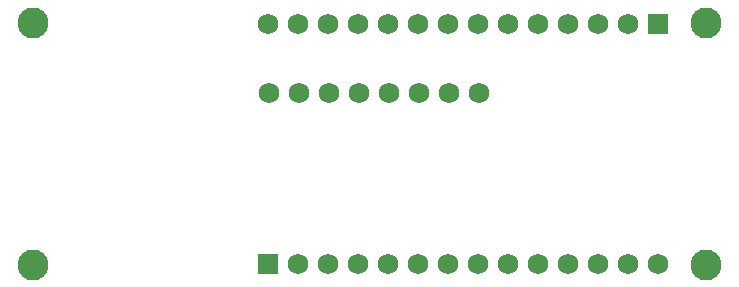
<source format=gts>
G04*
G04 #@! TF.GenerationSoftware,Altium Limited,Altium Designer,21.2.0 (30)*
G04*
G04 Layer_Color=8388736*
%FSLAX25Y25*%
%MOIN*%
G70*
G04*
G04 #@! TF.SameCoordinates,7A118134-AABF-4D3B-888A-8C7CAF6D2988*
G04*
G04*
G04 #@! TF.FilePolarity,Negative*
G04*
G01*
G75*
%ADD14R,0.06824X0.06824*%
%ADD15C,0.10328*%
%ADD16C,0.06824*%
D14*
X88283Y9818D02*
D03*
X218283Y89818D02*
D03*
D15*
X9996Y9464D02*
D03*
Y90172D02*
D03*
X234405D02*
D03*
Y9464D02*
D03*
D16*
X98283Y9818D02*
D03*
X108283D02*
D03*
X118283D02*
D03*
X128283D02*
D03*
X138283D02*
D03*
X148283D02*
D03*
X158283D02*
D03*
X168283D02*
D03*
X178283D02*
D03*
X188283D02*
D03*
X198283D02*
D03*
X208283D02*
D03*
X218283D02*
D03*
X208283Y89818D02*
D03*
X198283D02*
D03*
X188283D02*
D03*
X178283D02*
D03*
X168283D02*
D03*
X158283D02*
D03*
X148283D02*
D03*
X138283D02*
D03*
X128283D02*
D03*
X118283D02*
D03*
X108283D02*
D03*
X98283D02*
D03*
X88283D02*
D03*
X148701Y66818D02*
D03*
X158701D02*
D03*
X138701D02*
D03*
X128701D02*
D03*
X118701D02*
D03*
X108701D02*
D03*
X98701D02*
D03*
X88701D02*
D03*
M02*

</source>
